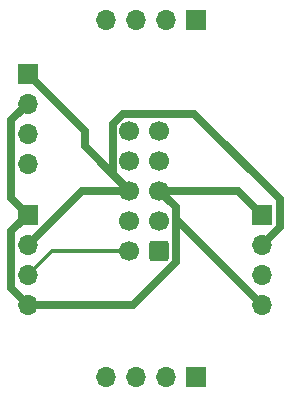
<source format=gbr>
%TF.GenerationSoftware,KiCad,Pcbnew,(7.0.0)*%
%TF.CreationDate,2023-10-26T14:35:26-04:00*%
%TF.ProjectId,RibbonBreakout,52696262-6f6e-4427-9265-616b6f75742e,rev?*%
%TF.SameCoordinates,Original*%
%TF.FileFunction,Copper,L1,Top*%
%TF.FilePolarity,Positive*%
%FSLAX46Y46*%
G04 Gerber Fmt 4.6, Leading zero omitted, Abs format (unit mm)*
G04 Created by KiCad (PCBNEW (7.0.0)) date 2023-10-26 14:35:26*
%MOMM*%
%LPD*%
G01*
G04 APERTURE LIST*
G04 Aperture macros list*
%AMRoundRect*
0 Rectangle with rounded corners*
0 $1 Rounding radius*
0 $2 $3 $4 $5 $6 $7 $8 $9 X,Y pos of 4 corners*
0 Add a 4 corners polygon primitive as box body*
4,1,4,$2,$3,$4,$5,$6,$7,$8,$9,$2,$3,0*
0 Add four circle primitives for the rounded corners*
1,1,$1+$1,$2,$3*
1,1,$1+$1,$4,$5*
1,1,$1+$1,$6,$7*
1,1,$1+$1,$8,$9*
0 Add four rect primitives between the rounded corners*
20,1,$1+$1,$2,$3,$4,$5,0*
20,1,$1+$1,$4,$5,$6,$7,0*
20,1,$1+$1,$6,$7,$8,$9,0*
20,1,$1+$1,$8,$9,$2,$3,0*%
G04 Aperture macros list end*
%TA.AperFunction,ComponentPad*%
%ADD10R,1.700000X1.700000*%
%TD*%
%TA.AperFunction,ComponentPad*%
%ADD11O,1.700000X1.700000*%
%TD*%
%TA.AperFunction,ComponentPad*%
%ADD12RoundRect,0.250000X0.600000X0.600000X-0.600000X0.600000X-0.600000X-0.600000X0.600000X-0.600000X0*%
%TD*%
%TA.AperFunction,ComponentPad*%
%ADD13C,1.700000*%
%TD*%
%TA.AperFunction,Conductor*%
%ADD14C,0.700000*%
%TD*%
%TA.AperFunction,Conductor*%
%ADD15C,0.350000*%
%TD*%
G04 APERTURE END LIST*
D10*
%TO.P,J2,1*%
%TO.N,GND*%
X139699999Y-97281999D03*
D11*
%TO.P,J2,2*%
%TO.N,+5v*%
X139699999Y-99821999D03*
%TO.P,J2,3*%
%TO.N,Line2*%
X139699999Y-102361999D03*
%TO.P,J2,4*%
%TO.N,GND*%
X139699999Y-104901999D03*
%TD*%
D10*
%TO.P,J4,1*%
%TO.N,Line5*%
X153923999Y-80771999D03*
D11*
%TO.P,J4,2*%
%TO.N,Line6*%
X151383999Y-80771999D03*
%TO.P,J4,3*%
%TO.N,Line7*%
X148843999Y-80771999D03*
%TO.P,J4,4*%
%TO.N,Line8*%
X146303999Y-80771999D03*
%TD*%
D12*
%TO.P,S1,1*%
%TO.N,Line1*%
X150866500Y-100330000D03*
D13*
%TO.P,S1,2*%
%TO.N,Line2*%
X148326500Y-100330000D03*
%TO.P,S1,3*%
%TO.N,Line3*%
X150866500Y-97790000D03*
%TO.P,S1,4*%
%TO.N,Line4*%
X148326500Y-97790000D03*
%TO.P,S1,5*%
%TO.N,GND*%
X150866500Y-95250000D03*
%TO.P,S1,6*%
%TO.N,+5v*%
X148326500Y-95250000D03*
%TO.P,S1,7*%
%TO.N,Line5*%
X150866500Y-92710000D03*
%TO.P,S1,8*%
%TO.N,Line6*%
X148326500Y-92710000D03*
%TO.P,S1,9*%
%TO.N,Line7*%
X150866500Y-90170000D03*
%TO.P,S1,10*%
%TO.N,Line8*%
X148326500Y-90170000D03*
%TD*%
D10*
%TO.P,J1,1*%
%TO.N,GND*%
X159511999Y-97281999D03*
D11*
%TO.P,J1,2*%
%TO.N,+5v*%
X159511999Y-99821999D03*
%TO.P,J1,3*%
%TO.N,Line1*%
X159511999Y-102361999D03*
%TO.P,J1,4*%
%TO.N,GND*%
X159511999Y-104901999D03*
%TD*%
D10*
%TO.P,J5,1*%
%TO.N,+5v*%
X139699999Y-85343999D03*
D11*
%TO.P,J5,2*%
%TO.N,GND*%
X139699999Y-87883999D03*
%TO.P,J5,3*%
%TO.N,Line3*%
X139699999Y-90423999D03*
%TO.P,J5,4*%
%TO.N,Line4*%
X139699999Y-92963999D03*
%TD*%
D10*
%TO.P,J3,1*%
%TO.N,Line1*%
X153923999Y-110997999D03*
D11*
%TO.P,J3,2*%
%TO.N,Line2*%
X151383999Y-110997999D03*
%TO.P,J3,3*%
%TO.N,Line3*%
X148843999Y-110997999D03*
%TO.P,J3,4*%
%TO.N,Line4*%
X146303999Y-110997999D03*
%TD*%
D14*
%TO.N,+5v*%
X147746601Y-88770000D02*
X153800000Y-88770000D01*
X144526000Y-90170000D02*
X139700000Y-85344000D01*
X148326500Y-95250000D02*
X144526000Y-91449500D01*
X161036000Y-96006000D02*
X161036000Y-98298000D01*
X153800000Y-88770000D02*
X161036000Y-96006000D01*
X146926500Y-93850000D02*
X146926500Y-89590101D01*
X148326500Y-95250000D02*
X144272000Y-95250000D01*
X161036000Y-98298000D02*
X159512000Y-99822000D01*
X144526000Y-91449500D02*
X144526000Y-90170000D01*
X144272000Y-95250000D02*
X139700000Y-99822000D01*
X148326500Y-95250000D02*
X146926500Y-93850000D01*
X146926500Y-89590101D02*
X147746601Y-88770000D01*
%TO.N,GND*%
X148625871Y-104902000D02*
X139700000Y-104902000D01*
X150866500Y-95250000D02*
X152266500Y-96650000D01*
X152266500Y-96650000D02*
X152266500Y-97656500D01*
X138300000Y-95882000D02*
X138300000Y-89284000D01*
X152266500Y-101261371D02*
X148625871Y-104902000D01*
X157480000Y-95250000D02*
X159512000Y-97282000D01*
X139700000Y-104902000D02*
X138300000Y-103502000D01*
X138300000Y-103502000D02*
X138300000Y-98682000D01*
X139700000Y-97282000D02*
X138300000Y-95882000D01*
X138300000Y-89284000D02*
X139700000Y-87884000D01*
X152266500Y-97656500D02*
X159512000Y-104902000D01*
X138300000Y-98682000D02*
X139700000Y-97282000D01*
X150866500Y-95250000D02*
X157480000Y-95250000D01*
X152266500Y-96650000D02*
X152266500Y-101261371D01*
D15*
%TO.N,Line2*%
X141732000Y-100330000D02*
X139700000Y-102362000D01*
X148326500Y-100330000D02*
X141732000Y-100330000D01*
%TD*%
M02*

</source>
